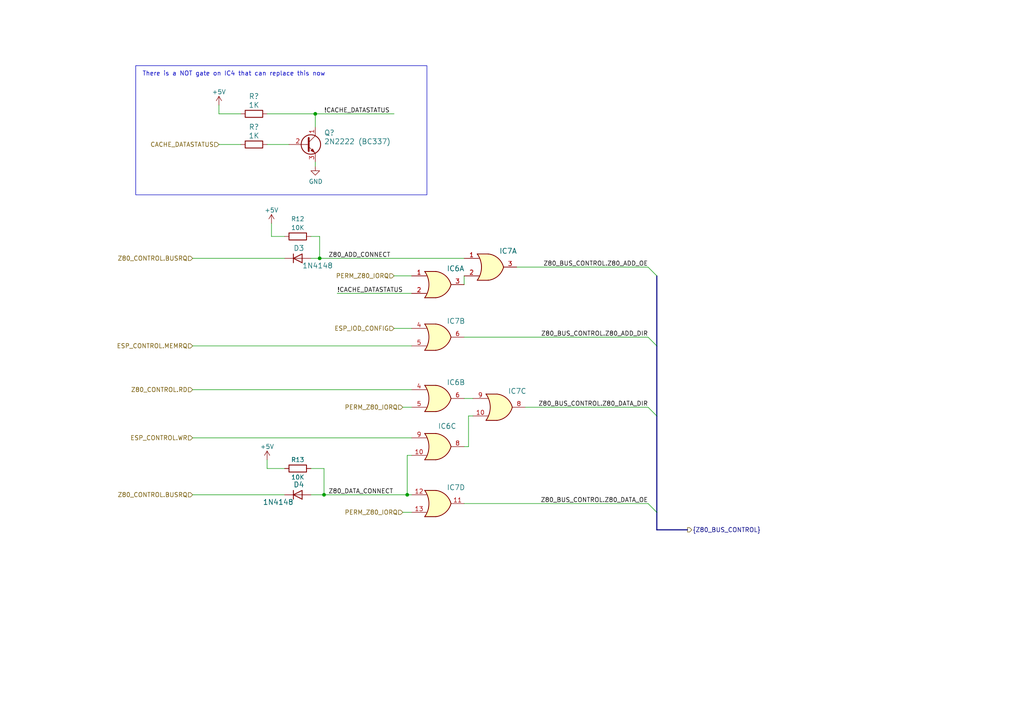
<source format=kicad_sch>
(kicad_sch (version 20230121) (generator eeschema)
  (paper "A4")
  (lib_symbols
    (symbol "74xx:74LS32" (pin_names (offset 1.016))
      (property "Reference" "U" (at 0 1.27 0))
      (property "Value" "74LS32" (at 0 -1.27 0))
      (symbol "74LS32_1_1"
        (arc (start -3.81 -3.81) (mid -2.589 0) (end -3.81 3.81) (stroke (width 0.254)))
        (arc (start -0.6096 -3.81) (mid 2.1842 -2.5851) (end 3.81 0) (stroke (width 0.254)) (fill (type background)))
        (polyline (pts (xy -3.81 -3.81) (xy -0.635 -3.81)) (stroke (width 0.254)) (fill (type background)))
        (polyline (pts (xy -3.81 3.81) (xy -0.635 3.81)) (stroke (width 0.254)) (fill (type background)))
        (polyline (pts (xy -0.635 3.81) (xy -3.81 3.81) (xy -3.81 3.81) (xy -3.556 3.4036) (xy -3.0226 2.2606) (xy -2.6924 1.0414) (xy -2.6162 -0.254) (xy -2.7686 -1.4986) (xy -3.175 -2.7178) (xy -3.81 -3.81) (xy -3.81 -3.81) (xy -0.635 -3.81)) (stroke (width -25.4)) (fill (type background)))
        (arc (start 3.81 0) (mid 2.1915 2.5936) (end -0.6096 3.81) (stroke (width 0.254)) (fill (type background)))
        (pin input line (at -7.62 2.54 0) (length 4.318) (name "~") (number "1"))
        (pin input line (at -7.62 -2.54 0) (length 4.318) (name "~") (number "2"))
        (pin output line (at 7.62 0 180) (length 3.81) (name "~") (number "3"))
      )
      (symbol "74LS32_1_2"
        (arc (start 0 -3.81) (mid 3.7934 0) (end 0 3.81) (stroke (width 0.254)) (fill (type background)))
        (polyline (pts (xy 0 3.81) (xy -3.81 3.81) (xy -3.81 -3.81) (xy 0 -3.81)) (stroke (width 0.254)) (fill (type background)))
        (pin input inverted (at -7.62 2.54 0) (length 3.81) (name "~") (number "1"))
        (pin input inverted (at -7.62 -2.54 0) (length 3.81) (name "~") (number "2"))
        (pin output inverted (at 7.62 0 180) (length 3.81) (name "~") (number "3"))
      )
      (symbol "74LS32_2_1"
        (arc (start -3.81 -3.81) (mid -2.589 0) (end -3.81 3.81) (stroke (width 0.254)))
        (arc (start -0.6096 -3.81) (mid 2.1842 -2.5851) (end 3.81 0) (stroke (width 0.254)) (fill (type background)))
        (polyline (pts (xy -3.81 -3.81) (xy -0.635 -3.81)) (stroke (width 0.254)) (fill (type background)))
        (polyline (pts (xy -3.81 3.81) (xy -0.635 3.81)) (stroke (width 0.254)) (fill (type background)))
        (polyline (pts (xy -0.635 3.81) (xy -3.81 3.81) (xy -3.81 3.81) (xy -3.556 3.4036) (xy -3.0226 2.2606) (xy -2.6924 1.0414) (xy -2.6162 -0.254) (xy -2.7686 -1.4986) (xy -3.175 -2.7178) (xy -3.81 -3.81) (xy -3.81 -3.81) (xy -0.635 -3.81)) (stroke (width -25.4)) (fill (type background)))
        (arc (start 3.81 0) (mid 2.1915 2.5936) (end -0.6096 3.81) (stroke (width 0.254)) (fill (type background)))
        (pin input line (at -7.62 2.54 0) (length 4.318) (name "~") (number "4"))
        (pin input line (at -7.62 -2.54 0) (length 4.318) (name "~") (number "5"))
        (pin output line (at 7.62 0 180) (length 3.81) (name "~") (number "6"))
      )
      (symbol "74LS32_2_2"
        (arc (start 0 -3.81) (mid 3.7934 0) (end 0 3.81) (stroke (width 0.254)) (fill (type background)))
        (polyline (pts (xy 0 3.81) (xy -3.81 3.81) (xy -3.81 -3.81) (xy 0 -3.81)) (stroke (width 0.254)) (fill (type background)))
        (pin input inverted (at -7.62 2.54 0) (length 3.81) (name "~") (number "4"))
        (pin input inverted (at -7.62 -2.54 0) (length 3.81) (name "~") (number "5"))
        (pin output inverted (at 7.62 0 180) (length 3.81) (name "~") (number "6"))
      )
      (symbol "74LS32_3_1"
        (arc (start -3.81 -3.81) (mid -2.589 0) (end -3.81 3.81) (stroke (width 0.254)))
        (arc (start -0.6096 -3.81) (mid 2.1842 -2.5851) (end 3.81 0) (stroke (width 0.254)) (fill (type background)))
        (polyline (pts (xy -3.81 -3.81) (xy -0.635 -3.81)) (stroke (width 0.254)) (fill (type background)))
        (polyline (pts (xy -3.81 3.81) (xy -0.635 3.81)) (stroke (width 0.254)) (fill (type background)))
        (polyline (pts (xy -0.635 3.81) (xy -3.81 3.81) (xy -3.81 3.81) (xy -3.556 3.4036) (xy -3.0226 2.2606) (xy -2.6924 1.0414) (xy -2.6162 -0.254) (xy -2.7686 -1.4986) (xy -3.175 -2.7178) (xy -3.81 -3.81) (xy -3.81 -3.81) (xy -0.635 -3.81)) (stroke (width -25.4)) (fill (type background)))
        (arc (start 3.81 0) (mid 2.1915 2.5936) (end -0.6096 3.81) (stroke (width 0.254)) (fill (type background)))
        (pin input line (at -7.62 -2.54 0) (length 4.318) (name "~") (number "10"))
        (pin output line (at 7.62 0 180) (length 3.81) (name "~") (number "8"))
        (pin input line (at -7.62 2.54 0) (length 4.318) (name "~") (number "9"))
      )
      (symbol "74LS32_3_2"
        (arc (start 0 -3.81) (mid 3.7934 0) (end 0 3.81) (stroke (width 0.254)) (fill (type background)))
        (polyline (pts (xy 0 3.81) (xy -3.81 3.81) (xy -3.81 -3.81) (xy 0 -3.81)) (stroke (width 0.254)) (fill (type background)))
        (pin input inverted (at -7.62 -2.54 0) (length 3.81) (name "~") (number "10"))
        (pin output inverted (at 7.62 0 180) (length 3.81) (name "~") (number "8"))
        (pin input inverted (at -7.62 2.54 0) (length 3.81) (name "~") (number "9"))
      )
      (symbol "74LS32_4_1"
        (arc (start -3.81 -3.81) (mid -2.589 0) (end -3.81 3.81) (stroke (width 0.254)))
        (arc (start -0.6096 -3.81) (mid 2.1842 -2.5851) (end 3.81 0) (stroke (width 0.254)) (fill (type background)))
        (polyline (pts (xy -3.81 -3.81) (xy -0.635 -3.81)) (stroke (width 0.254)) (fill (type background)))
        (polyline (pts (xy -3.81 3.81) (xy -0.635 3.81)) (stroke (width 0.254)) (fill (type background)))
        (polyline (pts (xy -0.635 3.81) (xy -3.81 3.81) (xy -3.81 3.81) (xy -3.556 3.4036) (xy -3.0226 2.2606) (xy -2.6924 1.0414) (xy -2.6162 -0.254) (xy -2.7686 -1.4986) (xy -3.175 -2.7178) (xy -3.81 -3.81) (xy -3.81 -3.81) (xy -0.635 -3.81)) (stroke (width -25.4)) (fill (type background)))
        (arc (start 3.81 0) (mid 2.1915 2.5936) (end -0.6096 3.81) (stroke (width 0.254)) (fill (type background)))
        (pin output line (at 7.62 0 180) (length 3.81) (name "~") (number "11"))
        (pin input line (at -7.62 2.54 0) (length 4.318) (name "~") (number "12"))
        (pin input line (at -7.62 -2.54 0) (length 4.318) (name "~") (number "13"))
      )
      (symbol "74LS32_4_2"
        (arc (start 0 -3.81) (mid 3.7934 0) (end 0 3.81) (stroke (width 0.254)) (fill (type background)))
        (polyline (pts (xy 0 3.81) (xy -3.81 3.81) (xy -3.81 -3.81) (xy 0 -3.81)) (stroke (width 0.254)) (fill (type background)))
        (pin output inverted (at 7.62 0 180) (length 3.81) (name "~") (number "11"))
        (pin input inverted (at -7.62 2.54 0) (length 3.81) (name "~") (number "12"))
        (pin input inverted (at -7.62 -2.54 0) (length 3.81) (name "~") (number "13"))
      )
      (symbol "74LS32_5_0"
        (pin power_in line (at 0 12.7 270) (length 5.08) (name "VCC") (number "14"))
        (pin power_in line (at 0 -12.7 90) (length 5.08) (name "GND") (number "7"))
      )
      (symbol "74LS32_5_1"
        (rectangle (start -5.08 7.62) (end 5.08 -7.62) (stroke (width 0.254)) (fill (type background)))
      )
    )
    (symbol "Device:D" (pin_numbers hide) (pin_names (offset 1.016) hide)
      (property "Reference" "D" (at 0 2.54 0))
      (property "Value" "D" (at 0 -2.54 0))
      (symbol "D_0_1"
        (polyline (pts (xy -1.27 1.27) (xy -1.27 -1.27)) (stroke (width 0.254)))
        (polyline (pts (xy 1.27 0) (xy -1.27 0)))
        (polyline (pts (xy 1.27 1.27) (xy 1.27 -1.27) (xy -1.27 0) (xy 1.27 1.27)) (stroke (width 0.254)))
      )
      (symbol "D_1_1"
        (pin passive line (at -3.81 0 0) (length 2.54) (name "K") (number "1"))
        (pin passive line (at 3.81 0 180) (length 2.54) (name "A") (number "2"))
      )
    )
    (symbol "Device:R" (pin_numbers hide) (pin_names (offset 0))
      (property "Reference" "R" (at 2.032 0 90))
      (property "Value" "R" (at 0 0 90))
      (symbol "R_0_1"
        (rectangle (start -1.016 -2.54) (end 1.016 2.54) (stroke (width 0.254)))
      )
      (symbol "R_1_1"
        (pin passive line (at 0 3.81 270) (length 1.27) (name "~") (number "1"))
        (pin passive line (at 0 -3.81 90) (length 1.27) (name "~") (number "2"))
      )
    )
    (symbol "Transistor_BJT:BC337" (pin_names (offset 0) hide)
      (property "Reference" "Q" (at 5.08 1.905 0))
      (property "Value" "BC337" (at 5.08 0 0))
      (symbol "BC337_0_1"
        (polyline (pts (xy 0 0) (xy 0.635 0)))
        (polyline (pts (xy 0.635 0.635) (xy 2.54 2.54)))
        (polyline (pts (xy 0.635 -0.635) (xy 2.54 -2.54) (xy 2.54 -2.54)))
        (polyline (pts (xy 0.635 1.905) (xy 0.635 -1.905) (xy 0.635 -1.905)) (stroke (width 0.508)))
        (polyline (pts (xy 1.27 -1.778) (xy 1.778 -1.27) (xy 2.286 -2.286) (xy 1.27 -1.778) (xy 1.27 -1.778)) (fill (type outline)))
        (circle (center 1.27 0) (radius 2.8194) (stroke (width 0.254)))
      )
      (symbol "BC337_1_1"
        (pin passive line (at 2.54 5.08 270) (length 2.54) (name "C") (number "1"))
        (pin input line (at -5.08 0 0) (length 5.08) (name "B") (number "2"))
        (pin passive line (at 2.54 -5.08 90) (length 2.54) (name "E") (number "3"))
      )
    )
    (symbol "power:+5V" (power) (pin_names (offset 0))
      (property "Value" "+5V" (at 0 3.556 0))
      (symbol "+5V_0_1"
        (polyline (pts (xy -0.762 1.27) (xy 0 2.54)))
        (polyline (pts (xy 0 0) (xy 0 2.54)))
        (polyline (pts (xy 0 2.54) (xy 0.762 1.27)))
      )
      (symbol "+5V_1_1"
        (pin power_in line (at 0 0 90) (length 0) hide (name "+5V") (number "1"))
      )
    )
    (symbol "power:GND" (power) (pin_names (offset 0))
      (property "Value" "GND" (at 0 -3.81 0))
      (symbol "GND_0_1"
        (polyline (pts (xy 0 0) (xy 0 -1.27) (xy 1.27 -1.27) (xy 0 -2.54) (xy -1.27 -1.27) (xy 0 -1.27)))
      )
      (symbol "GND_1_1"
        (pin power_in line (at 0 0 270) (length 0) hide (name "GND") (number "1"))
      )
    )
  )
  (junction (at 91.44 33.02))
  (junction (at 118.11 143.51))
  (junction (at 93.98 143.51))
  (junction (at 92.71 74.93))
  (bus_entry (at 187.96 118.11) (size 2.54 2.54))
  (bus_entry (at 187.96 146.05) (size 2.54 2.54))
  (bus_entry (at 187.96 77.47) (size 2.54 2.54))
  (bus_entry (at 187.96 97.79) (size 2.54 2.54))
  (wire (pts (xy 91.44 33.02) (xy 91.44 36.83)))
  (wire (pts (xy 187.96 118.11) (xy 152.4 118.11)))
  (wire (pts (xy 77.47 41.91) (xy 83.82 41.91)))
  (wire (pts (xy 90.17 135.89) (xy 93.98 135.89)))
  (wire (pts (xy 114.3 33.02) (xy 91.44 33.02)))
  (bus (pts (xy 190.5 80.01) (xy 190.5 100.33)))
  (wire (pts (xy 63.5 30.48) (xy 63.5 33.02)))
  (wire (pts (xy 119.38 80.01) (xy 114.3 80.01)))
  (wire (pts (xy 55.88 127) (xy 119.38 127)))
  (wire (pts (xy 90.17 143.51) (xy 93.98 143.51)))
  (wire (pts (xy 63.5 41.91) (xy 69.85 41.91)))
  (wire (pts (xy 118.11 143.51) (xy 119.38 143.51)))
  (wire (pts (xy 77.47 135.89) (xy 77.47 133.35)))
  (wire (pts (xy 114.3 95.25) (xy 119.38 95.25)))
  (wire (pts (xy 134.62 97.79) (xy 187.96 97.79)))
  (wire (pts (xy 118.11 132.08) (xy 118.11 143.51)))
  (wire (pts (xy 63.5 33.02) (xy 69.85 33.02)))
  (bus (pts (xy 190.5 148.59) (xy 190.5 153.67)))
  (wire (pts (xy 135.89 129.54) (xy 135.89 120.65)))
  (wire (pts (xy 134.62 146.05) (xy 187.96 146.05)))
  (wire (pts (xy 92.71 74.93) (xy 134.62 74.93)))
  (wire (pts (xy 149.86 77.47) (xy 187.96 77.47)))
  (wire (pts (xy 118.11 132.08) (xy 119.38 132.08)))
  (wire (pts (xy 134.62 129.54) (xy 135.89 129.54)))
  (wire (pts (xy 134.62 82.55) (xy 134.62 80.01)))
  (wire (pts (xy 55.88 143.51) (xy 82.55 143.51)))
  (wire (pts (xy 92.71 68.58) (xy 90.17 68.58)))
  (wire (pts (xy 93.98 135.89) (xy 93.98 143.51)))
  (wire (pts (xy 90.17 74.93) (xy 92.71 74.93)))
  (wire (pts (xy 116.84 118.11) (xy 119.38 118.11)))
  (wire (pts (xy 134.62 115.57) (xy 137.16 115.57)))
  (wire (pts (xy 116.84 148.59) (xy 119.38 148.59)))
  (wire (pts (xy 91.44 48.26) (xy 91.44 46.99)))
  (bus (pts (xy 190.5 100.33) (xy 190.5 120.65)))
  (wire (pts (xy 78.74 68.58) (xy 82.55 68.58)))
  (wire (pts (xy 92.71 68.58) (xy 92.71 74.93)))
  (wire (pts (xy 78.74 68.58) (xy 78.74 64.77)))
  (wire (pts (xy 77.47 33.02) (xy 91.44 33.02)))
  (bus (pts (xy 190.5 120.65) (xy 190.5 148.59)))
  (wire (pts (xy 77.47 135.89) (xy 82.55 135.89)))
  (wire (pts (xy 55.88 113.03) (xy 119.38 113.03)))
  (wire (pts (xy 119.38 85.09) (xy 97.79 85.09)))
  (wire (pts (xy 55.88 100.33) (xy 119.38 100.33)))
  (wire (pts (xy 93.98 143.51) (xy 118.11 143.51)))
  (wire (pts (xy 55.88 74.93) (xy 82.55 74.93)))
  (bus (pts (xy 190.5 153.67) (xy 199.39 153.67)))
  (wire (pts (xy 135.89 120.65) (xy 137.16 120.65)))
  (rectangle (start 39.37 19.05) (end 123.825 56.515))
  (text "There is a NOT gate on IC4 that can replace this now" (at 41.275 22.225 0) (effects (font (size 1.27 1.27)) (justify left bottom)))
  (label "Z80_BUS_CONTROL.Z80_ADD_DIR" (at 187.96 97.79 180))
  (label "!CACHE_DATASTATUS" (at 93.98 33.02 0))
  (label "Z80_BUS_CONTROL.Z80_DATA_DIR" (at 187.96 118.11 180))
  (label "!CACHE_DATASTATUS" (at 97.79 85.09 0))
  (label "Z80_BUS_CONTROL.Z80_DATA_OE" (at 187.96 146.05 180))
  (label "Z80_ADD_CONNECT" (at 95.25 74.93 0))
  (label "Z80_BUS_CONTROL.Z80_ADD_OE" (at 187.96 77.47 180))
  (label "Z80_DATA_CONNECT" (at 95.25 143.51 0))
  (hierarchical_label "PERM_Z80_IORQ" (shape input) (at 116.84 118.11 180))
  (hierarchical_label "PERM_Z80_IORQ" (shape input) (at 114.3 80.01 180))
  (hierarchical_label "Z80_CONTROL.BUSRQ" (shape input) (at 55.88 74.93 180))
  (hierarchical_label "{Z80_BUS_CONTROL}" (shape output) (at 199.39 153.67 0))
  (hierarchical_label "ESP_CONTROL.MEMRQ" (shape input) (at 55.88 100.33 180))
  (hierarchical_label "PERM_Z80_IORQ" (shape input) (at 116.84 148.59 180))
  (hierarchical_label "Z80_CONTROL.BUSRQ" (shape input) (at 55.88 143.51 180))
  (hierarchical_label "Z80_CONTROL.RD" (shape input) (at 55.88 113.03 180))
  (hierarchical_label "ESP_IOD_CONFIG" (shape input) (at 114.3 95.25 180))
  (hierarchical_label "CACHE_DATASTATUS" (shape input) (at 63.5 41.91 180))
  (hierarchical_label "ESP_CONTROL.WR" (shape input) (at 55.88 127 180))
  (symbol (lib_id "Device:R") (at 73.66 41.91 90) (unit 1)
    (property "Reference" "R?" (at 73.66 36.83 90) (effects (font (size 1.4986 1.4986))))
    (property "Value" "1K" (at 73.66 39.37 90) (effects (font (size 1.4986 1.4986))))
    (property "Footprint" "Resistor_THT:R_Axial_DIN0207_L6.3mm_D2.5mm_P10.16mm_Horizontal" (effects hide))
    (instances (project "FujiNet_Z80Bus_ReferenceDesign" (path "" (reference "R?") (unit 1)) (path "" (reference "R?") (unit 1)) (path "" (reference "R9") (unit 1)) (path "" (reference "R9") (unit 1)) (path "" (reference "R12") (unit 1))) (project "Logic core" (path "" (reference "R4") (unit 1))))
  )
  (symbol (lib_id "74xx:74LS32") (at 127 129.54 0) (unit 3)
    (property "Reference" "IC6" (at 127 124.46 0) (effects (font (size 1.4986 1.4986)) (justify left bottom)))
    (property "Value" "74HC32N" (effects hide))
    (property "Footprint" "Package_DIP:DIP-14_W7.62mm_Socket" (effects hide))
    (property "Datasheet" "http://www.ti.com/lit/gpn/sn74LS32" (effects hide))
    (instances (project "FujiNet_Z80Bus_ReferenceDesign" (path "" (reference "IC6") (unit 3)) (path "" (reference "IC?") (unit 2)) (path "" (reference "IC6") (unit 3)) (path "" (reference "IC12") (unit 3))) (project "Logic core" (path "" (reference "IC7") (unit 3))) (project "Logic_core" (path "" (reference "IC1") (unit 3))))
  )
  (symbol (lib_id "power:+5V") (at 77.47 133.35 0) (unit 1)
    (property "Reference" "#PWR033" (effects hide))
    (property "Value" "+5V" (at 77.47 129.54 0))
    (instances (project "FujiNet_Z80Bus_ReferenceDesign" (path "" (reference "#PWR033") (unit 1)) (path "" (reference "#PWR033") (unit 1))) (project "Logic core" (path "" (reference "#PWR08") (unit 1))))
  )
  (symbol (lib_id "power:+5V") (at 63.5 30.48 0) (unit 1)
    (property "Reference" "#PWR025" (effects hide))
    (property "Value" "+5V" (at 63.5 26.67 0))
    (instances (project "FujiNet_Z80Bus_ReferenceDesign" (path "" (reference "#PWR025") (unit 1)) (path "" (reference "#PWR034") (unit 1)) (path "" (reference "#PWR032") (unit 1))) (project "Logic core" (path "" (reference "#PWR07") (unit 1))))
  )
  (symbol (lib_id "74xx:74LS32") (at 127 115.57 0) (unit 2)
    (property "Reference" "IC6" (at 129.54 111.76 0) (effects (font (size 1.4986 1.4986)) (justify left bottom)))
    (property "Value" "74HC32N" (effects hide))
    (property "Footprint" "Package_DIP:DIP-14_W7.62mm_Socket" (effects hide))
    (property "Datasheet" "http://www.ti.com/lit/gpn/sn74LS32" (effects hide))
    (instances (project "FujiNet_Z80Bus_ReferenceDesign" (path "" (reference "IC6") (unit 2)) (path "" (reference "IC?") (unit 1)) (path "" (reference "IC6") (unit 2)) (path "" (reference "IC9") (unit 2))) (project "Logic core" (path "" (reference "IC7") (unit 2))) (project "Logic_core" (path "" (reference "IC1") (unit 2))))
  )
  (symbol (lib_id "74xx:74LS32") (at 127 82.55 0) (unit 1)
    (property "Reference" "IC6" (at 129.54 78.74 0) (effects (font (size 1.4986 1.4986)) (justify left bottom)))
    (property "Value" "74HC32N" (effects hide))
    (property "Footprint" "Package_DIP:DIP-14_W7.62mm_Socket" (effects hide))
    (property "Datasheet" "http://www.ti.com/lit/gpn/sn74LS32" (effects hide))
    (instances (project "FujiNet_Z80Bus_ReferenceDesign" (path "" (reference "IC6") (unit 1)) (path "" (reference "IC?") (unit 1)) (path "" (reference "IC6") (unit 1)) (path "" (reference "IC9") (unit 1))) (project "Logic core" (path "" (reference "IC7") (unit 1))) (project "Logic_core" (path "" (reference "IC1") (unit 1))))
  )
  (symbol (lib_id "Device:D") (at 86.36 74.93 0) (mirror x) (unit 1)
    (property "Reference" "D3" (at 85.09 71.12 0) (effects (font (size 1.4986 1.4986)) (justify left bottom)))
    (property "Value" "1N4148" (at 87.63 76.2 0) (effects (font (size 1.4986 1.4986)) (justify left bottom)))
    (property "Footprint" "Diode_THT:D_T-1_P5.08mm_Horizontal" (effects hide))
    (instances (project "FujiNet_Z80Bus_ReferenceDesign" (path "" (reference "D3") (unit 1)) (path "" (reference "D?") (unit 1)) (path "" (reference "D?") (unit 1)) (path "" (reference "D3") (unit 1)) (path "" (reference "D15") (unit 1))) (project "Logic core" (path "" (reference "D2") (unit 1))))
  )
  (symbol (lib_id "74xx:74LS32") (at 127 146.05 0) (unit 4)
    (property "Reference" "IC7" (at 129.54 142.24 0) (effects (font (size 1.4986 1.4986)) (justify left bottom)))
    (property "Value" "74HC32N" (effects hide))
    (property "Footprint" "Package_DIP:DIP-14_W7.62mm_Socket" (effects hide))
    (property "Datasheet" "http://www.ti.com/lit/gpn/sn74LS32" (effects hide))
    (instances (project "FujiNet_Z80Bus_ReferenceDesign" (path "" (reference "IC7") (unit 4)) (path "" (reference "IC?") (unit 2)) (path "" (reference "IC7") (unit 4)) (path "" (reference "IC11") (unit 4))) (project "Logic core" (path "" (reference "IC8") (unit 4))) (project "Logic_core" (path "" (reference "IC2") (unit 4))))
  )
  (symbol (lib_id "Device:R") (at 73.66 33.02 270) (unit 1)
    (property "Reference" "R?" (at 73.66 27.94 90) (effects (font (size 1.4986 1.4986))))
    (property "Value" "1K" (at 73.66 30.48 90) (effects (font (size 1.4986 1.4986))))
    (property "Footprint" "Resistor_THT:R_Axial_DIN0207_L6.3mm_D2.5mm_P10.16mm_Horizontal" (effects hide))
    (instances (project "FujiNet_Z80Bus_ReferenceDesign" (path "" (reference "R?") (unit 1)) (path "" (reference "R?") (unit 1)) (path "" (reference "R8") (unit 1)) (path "" (reference "R8") (unit 1)) (path "" (reference "R11") (unit 1))) (project "Logic core" (path "" (reference "R3") (unit 1))))
  )
  (symbol (lib_id "Device:R") (at 86.36 135.89 90) (unit 1)
    (property "Reference" "R13" (at 86.36 133.35 90))
    (property "Value" "10K" (at 86.36 138.43 90))
    (instances (project "FujiNet_Z80Bus_ReferenceDesign" (path "" (reference "R13") (unit 1)) (path "" (reference "R14") (unit 1))) (project "Logic core" (path "" (reference "R6") (unit 1))))
  )
  (symbol (lib_id "Transistor_BJT:BC337") (at 88.9 41.91 0) (unit 1)
    (property "Reference" "Q?" (at 93.98 39.37 0) (effects (font (size 1.4986 1.4986)) (justify left bottom)))
    (property "Value" "2N2222 (BC337)" (at 93.98 41.91 0) (effects (font (size 1.4986 1.4986)) (justify left bottom)))
    (property "Footprint" "Package_TO_SOT_THT:TO-92" (effects hide))
    (instances (project "FujiNet_Z80Bus_ReferenceDesign" (path "" (reference "Q?") (unit 1)) (path "" (reference "Q?") (unit 1)) (path "" (reference "Q1") (unit 1)) (path "" (reference "Q1") (unit 1)) (path "" (reference "Q1") (unit 1))) (project "Logic core" (path "" (reference "Q1") (unit 1))))
  )
  (symbol (lib_id "74xx:74LS32") (at 144.78 118.11 0) (unit 3)
    (property "Reference" "IC7" (at 147.32 114.3 0) (effects (font (size 1.4986 1.4986)) (justify left bottom)))
    (property "Value" "74HC32N" (effects hide))
    (property "Footprint" "Package_DIP:DIP-14_W7.62mm_Socket" (effects hide))
    (property "Datasheet" "http://www.ti.com/lit/gpn/sn74LS32" (effects hide))
    (instances (project "FujiNet_Z80Bus_ReferenceDesign" (path "" (reference "IC7") (unit 3)) (path "" (reference "IC?") (unit 1)) (path "" (reference "IC7") (unit 3)) (path "" (reference "IC11") (unit 3))) (project "Logic core" (path "" (reference "IC8") (unit 3))) (project "Logic_core" (path "" (reference "IC2") (unit 3))))
  )
  (symbol (lib_id "Device:R") (at 86.36 68.58 270) (unit 1)
    (property "Reference" "R12" (at 86.36 63.5 90))
    (property "Value" "10K" (at 86.36 66.04 90))
    (instances (project "FujiNet_Z80Bus_ReferenceDesign" (path "" (reference "R12") (unit 1)) (path "" (reference "R13") (unit 1))) (project "Logic core" (path "" (reference "R5") (unit 1))))
  )
  (symbol (lib_id "74xx:74LS32") (at 142.24 77.47 0) (unit 1)
    (property "Reference" "IC7" (at 144.78 73.66 0) (effects (font (size 1.4986 1.4986)) (justify left bottom)))
    (property "Value" "74HC32N" (effects hide))
    (property "Footprint" "Package_DIP:DIP-14_W7.62mm_Socket" (effects hide))
    (property "Datasheet" "http://www.ti.com/lit/gpn/sn74LS32" (effects hide))
    (instances (project "FujiNet_Z80Bus_ReferenceDesign" (path "" (reference "IC7") (unit 1)) (path "" (reference "IC?") (unit 3)) (path "" (reference "IC7") (unit 1)) (path "" (reference "IC11") (unit 1))) (project "Logic core" (path "" (reference "IC8") (unit 1))) (project "Logic_core" (path "" (reference "IC2") (unit 1))))
  )
  (symbol (lib_id "power:GND") (at 91.44 48.26 0) (unit 1)
    (property "Reference" "#PWR027" (effects hide))
    (property "Value" "GND" (at 91.567 52.6542 0))
    (instances (project "FujiNet_Z80Bus_ReferenceDesign" (path "" (reference "#PWR027") (unit 1)) (path "" (reference "#PWR027") (unit 1)) (path "" (reference "#PWR035") (unit 1))) (project "Logic core" (path "" (reference "#PWR010") (unit 1))))
  )
  (symbol (lib_id "74xx:74LS32") (at 127 97.79 0) (unit 2)
    (property "Reference" "IC7" (at 129.54 93.98 0) (effects (font (size 1.4986 1.4986)) (justify left bottom)))
    (property "Value" "74HC32N" (effects hide))
    (property "Footprint" "Package_DIP:DIP-14_W7.62mm_Socket" (effects hide))
    (property "Datasheet" "http://www.ti.com/lit/gpn/sn74LS32" (effects hide))
    (instances (project "FujiNet_Z80Bus_ReferenceDesign" (path "" (reference "IC7") (unit 2)) (path "" (reference "IC?") (unit 4)) (path "" (reference "IC7") (unit 2)) (path "" (reference "IC11") (unit 2))) (project "Logic core" (path "" (reference "IC8") (unit 2))) (project "Logic_core" (path "" (reference "IC2") (unit 2))))
  )
  (symbol (lib_id "Device:D") (at 86.36 143.51 0) (mirror x) (unit 1)
    (property "Reference" "D4" (at 85.09 139.7 0) (effects (font (size 1.4986 1.4986)) (justify left bottom)))
    (property "Value" "1N4148" (at 76.2 144.78 0) (effects (font (size 1.4986 1.4986)) (justify left bottom)))
    (property "Footprint" "Diode_THT:D_T-1_P5.08mm_Horizontal" (effects hide))
    (instances (project "FujiNet_Z80Bus_ReferenceDesign" (path "" (reference "D4") (unit 1)) (path "" (reference "D?") (unit 1)) (path "" (reference "D?") (unit 1)) (path "" (reference "D4") (unit 1)) (path "" (reference "D16") (unit 1))) (project "Logic core" (path "" (reference "D3") (unit 1))))
  )
  (symbol (lib_id "power:+5V") (at 78.74 64.77 0) (unit 1)
    (property "Reference" "#PWR032" (effects hide))
    (property "Value" "+5V" (at 78.74 60.96 0))
    (instances (project "FujiNet_Z80Bus_ReferenceDesign" (path "" (reference "#PWR032") (unit 1)) (path "" (reference "#PWR034") (unit 1))) (project "Logic core" (path "" (reference "#PWR09") (unit 1))))
  )
)
</source>
